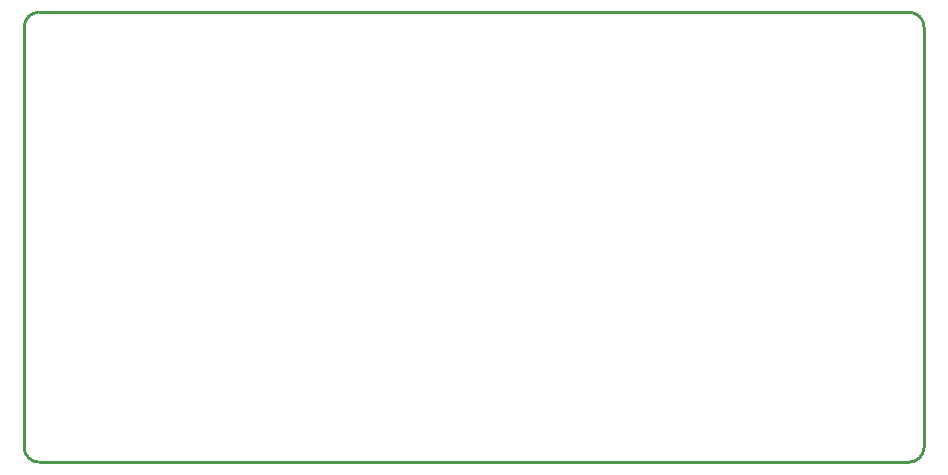
<source format=gko>
G04*
G04 #@! TF.GenerationSoftware,Altium Limited,CircuitStudio,1.5.2 (1.5.2.30)*
G04*
G04 Layer_Color=16740166*
%FSAX24Y24*%
%MOIN*%
G70*
G01*
G75*
%ADD81C,0.0100*%
D81*
X010500Y025000D02*
G03*
X010000Y024500I000000J-000500D01*
G01*
Y010500D02*
G03*
X010500Y010000I000500J000000D01*
G01*
X040000Y024500D02*
G03*
X039500Y025000I-000500J000000D01*
G01*
Y010000D02*
G03*
X040000Y010500I000000J000500D01*
G01*
X010000Y011250D02*
Y024500D01*
X040000Y010500D02*
Y024500D01*
X010500Y010000D02*
X011250D01*
X010000Y010500D02*
Y011250D01*
X010500Y025000D02*
X039500D01*
X011250Y010000D02*
X039500D01*
M02*

</source>
